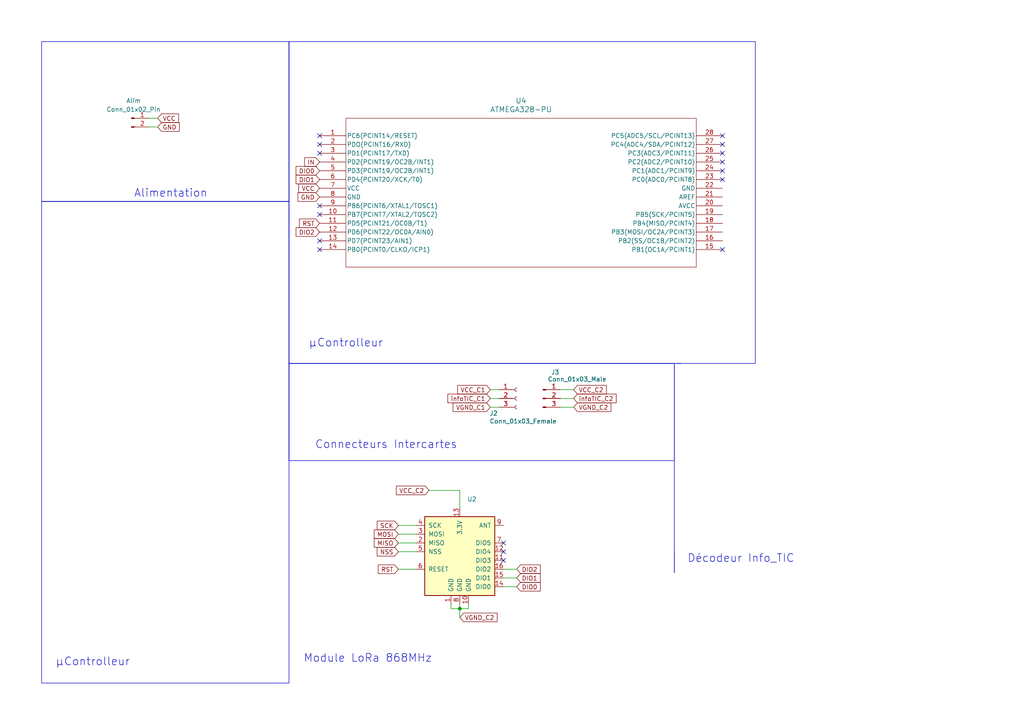
<source format=kicad_sch>
(kicad_sch
	(version 20250114)
	(generator "eeschema")
	(generator_version "9.0")
	(uuid "68c5094e-c202-4d5a-a9df-aecee02f227f")
	(paper "A4")
	(lib_symbols
		(symbol "2025-04-24_08-42-43:ATMEGA328-PU"
			(pin_names
				(offset 0.254)
			)
			(exclude_from_sim no)
			(in_bom yes)
			(on_board yes)
			(property "Reference" "U"
				(at 58.42 10.16 0)
				(effects
					(font
						(size 1.524 1.524)
					)
				)
			)
			(property "Value" "ATMEGA328-PU"
				(at 58.42 7.62 0)
				(effects
					(font
						(size 1.524 1.524)
					)
				)
			)
			(property "Footprint" "28P3_SPDIP28_SP_MCH"
				(at 0 0 0)
				(effects
					(font
						(size 1.27 1.27)
						(italic yes)
					)
					(hide yes)
				)
			)
			(property "Datasheet" "ATMEGA328-PU"
				(at 0 0 0)
				(effects
					(font
						(size 1.27 1.27)
						(italic yes)
					)
					(hide yes)
				)
			)
			(property "Description" ""
				(at 0 0 0)
				(effects
					(font
						(size 1.27 1.27)
					)
					(hide yes)
				)
			)
			(property "ki_locked" ""
				(at 0 0 0)
				(effects
					(font
						(size 1.27 1.27)
					)
				)
			)
			(property "ki_keywords" "ATMEGA328-PU"
				(at 0 0 0)
				(effects
					(font
						(size 1.27 1.27)
					)
					(hide yes)
				)
			)
			(property "ki_fp_filters" "28P3_SPDIP28_SP_MCH"
				(at 0 0 0)
				(effects
					(font
						(size 1.27 1.27)
					)
					(hide yes)
				)
			)
			(symbol "ATMEGA328-PU_0_1"
				(polyline
					(pts
						(xy 7.62 5.08) (xy 7.62 -38.1)
					)
					(stroke
						(width 0.127)
						(type default)
					)
					(fill
						(type none)
					)
				)
				(polyline
					(pts
						(xy 7.62 -38.1) (xy 109.22 -38.1)
					)
					(stroke
						(width 0.127)
						(type default)
					)
					(fill
						(type none)
					)
				)
				(polyline
					(pts
						(xy 109.22 5.08) (xy 7.62 5.08)
					)
					(stroke
						(width 0.127)
						(type default)
					)
					(fill
						(type none)
					)
				)
				(polyline
					(pts
						(xy 109.22 -38.1) (xy 109.22 5.08)
					)
					(stroke
						(width 0.127)
						(type default)
					)
					(fill
						(type none)
					)
				)
				(pin bidirectional line
					(at 0 0 0)
					(length 7.62)
					(name "PC6(PCINT14/RESET)"
						(effects
							(font
								(size 1.27 1.27)
							)
						)
					)
					(number "1"
						(effects
							(font
								(size 1.27 1.27)
							)
						)
					)
				)
				(pin bidirectional line
					(at 0 -2.54 0)
					(length 7.62)
					(name "PDO(PCINT16/RXD)"
						(effects
							(font
								(size 1.27 1.27)
							)
						)
					)
					(number "2"
						(effects
							(font
								(size 1.27 1.27)
							)
						)
					)
				)
				(pin bidirectional line
					(at 0 -5.08 0)
					(length 7.62)
					(name "PD1(PCINT17/TXD)"
						(effects
							(font
								(size 1.27 1.27)
							)
						)
					)
					(number "3"
						(effects
							(font
								(size 1.27 1.27)
							)
						)
					)
				)
				(pin bidirectional line
					(at 0 -7.62 0)
					(length 7.62)
					(name "PD2(PCINT19/OC2B/INT1)"
						(effects
							(font
								(size 1.27 1.27)
							)
						)
					)
					(number "4"
						(effects
							(font
								(size 1.27 1.27)
							)
						)
					)
				)
				(pin bidirectional line
					(at 0 -10.16 0)
					(length 7.62)
					(name "PD3(PCINT19/OC2B/INT1)"
						(effects
							(font
								(size 1.27 1.27)
							)
						)
					)
					(number "5"
						(effects
							(font
								(size 1.27 1.27)
							)
						)
					)
				)
				(pin bidirectional line
					(at 0 -12.7 0)
					(length 7.62)
					(name "PD4(PCINT20/XCK/T0)"
						(effects
							(font
								(size 1.27 1.27)
							)
						)
					)
					(number "6"
						(effects
							(font
								(size 1.27 1.27)
							)
						)
					)
				)
				(pin power_in line
					(at 0 -15.24 0)
					(length 7.62)
					(name "VCC"
						(effects
							(font
								(size 1.27 1.27)
							)
						)
					)
					(number "7"
						(effects
							(font
								(size 1.27 1.27)
							)
						)
					)
				)
				(pin power_out line
					(at 0 -17.78 0)
					(length 7.62)
					(name "GND"
						(effects
							(font
								(size 1.27 1.27)
							)
						)
					)
					(number "8"
						(effects
							(font
								(size 1.27 1.27)
							)
						)
					)
				)
				(pin bidirectional line
					(at 0 -20.32 0)
					(length 7.62)
					(name "PB6(PCINT6/XTAL1/TOSC1)"
						(effects
							(font
								(size 1.27 1.27)
							)
						)
					)
					(number "9"
						(effects
							(font
								(size 1.27 1.27)
							)
						)
					)
				)
				(pin bidirectional line
					(at 0 -22.86 0)
					(length 7.62)
					(name "PB7(PCINT7/XTAL2/TOSC2)"
						(effects
							(font
								(size 1.27 1.27)
							)
						)
					)
					(number "10"
						(effects
							(font
								(size 1.27 1.27)
							)
						)
					)
				)
				(pin bidirectional line
					(at 0 -25.4 0)
					(length 7.62)
					(name "PD5(PCINT21/OC0B/T1)"
						(effects
							(font
								(size 1.27 1.27)
							)
						)
					)
					(number "11"
						(effects
							(font
								(size 1.27 1.27)
							)
						)
					)
				)
				(pin bidirectional line
					(at 0 -27.94 0)
					(length 7.62)
					(name "PD6(PCINT22/OC0A/AIN0)"
						(effects
							(font
								(size 1.27 1.27)
							)
						)
					)
					(number "12"
						(effects
							(font
								(size 1.27 1.27)
							)
						)
					)
				)
				(pin bidirectional line
					(at 0 -30.48 0)
					(length 7.62)
					(name "PD7(PCINT23/AIN1)"
						(effects
							(font
								(size 1.27 1.27)
							)
						)
					)
					(number "13"
						(effects
							(font
								(size 1.27 1.27)
							)
						)
					)
				)
				(pin bidirectional line
					(at 0 -33.02 0)
					(length 7.62)
					(name "PB0(PCINT0/CLKO/ICP1)"
						(effects
							(font
								(size 1.27 1.27)
							)
						)
					)
					(number "14"
						(effects
							(font
								(size 1.27 1.27)
							)
						)
					)
				)
				(pin bidirectional line
					(at 116.84 0 180)
					(length 7.62)
					(name "PC5(ADC5/SCL/PCINT13)"
						(effects
							(font
								(size 1.27 1.27)
							)
						)
					)
					(number "28"
						(effects
							(font
								(size 1.27 1.27)
							)
						)
					)
				)
				(pin bidirectional line
					(at 116.84 -2.54 180)
					(length 7.62)
					(name "PC4(ADC4/SDA/PCINT12)"
						(effects
							(font
								(size 1.27 1.27)
							)
						)
					)
					(number "27"
						(effects
							(font
								(size 1.27 1.27)
							)
						)
					)
				)
				(pin bidirectional line
					(at 116.84 -5.08 180)
					(length 7.62)
					(name "PC3(ADC3/PCINT11)"
						(effects
							(font
								(size 1.27 1.27)
							)
						)
					)
					(number "26"
						(effects
							(font
								(size 1.27 1.27)
							)
						)
					)
				)
				(pin bidirectional line
					(at 116.84 -7.62 180)
					(length 7.62)
					(name "PC2(ADC2/PCINT10)"
						(effects
							(font
								(size 1.27 1.27)
							)
						)
					)
					(number "25"
						(effects
							(font
								(size 1.27 1.27)
							)
						)
					)
				)
				(pin bidirectional line
					(at 116.84 -10.16 180)
					(length 7.62)
					(name "PC1(ADC1/PCINT9)"
						(effects
							(font
								(size 1.27 1.27)
							)
						)
					)
					(number "24"
						(effects
							(font
								(size 1.27 1.27)
							)
						)
					)
				)
				(pin bidirectional line
					(at 116.84 -12.7 180)
					(length 7.62)
					(name "PC0(ADC0/PCINT8)"
						(effects
							(font
								(size 1.27 1.27)
							)
						)
					)
					(number "23"
						(effects
							(font
								(size 1.27 1.27)
							)
						)
					)
				)
				(pin power_out line
					(at 116.84 -15.24 180)
					(length 7.62)
					(name "GND"
						(effects
							(font
								(size 1.27 1.27)
							)
						)
					)
					(number "22"
						(effects
							(font
								(size 1.27 1.27)
							)
						)
					)
				)
				(pin unspecified line
					(at 116.84 -17.78 180)
					(length 7.62)
					(name "AREF"
						(effects
							(font
								(size 1.27 1.27)
							)
						)
					)
					(number "21"
						(effects
							(font
								(size 1.27 1.27)
							)
						)
					)
				)
				(pin power_in line
					(at 116.84 -20.32 180)
					(length 7.62)
					(name "AVCC"
						(effects
							(font
								(size 1.27 1.27)
							)
						)
					)
					(number "20"
						(effects
							(font
								(size 1.27 1.27)
							)
						)
					)
				)
				(pin bidirectional line
					(at 116.84 -22.86 180)
					(length 7.62)
					(name "PB5(SCK/PCINT5)"
						(effects
							(font
								(size 1.27 1.27)
							)
						)
					)
					(number "19"
						(effects
							(font
								(size 1.27 1.27)
							)
						)
					)
				)
				(pin bidirectional line
					(at 116.84 -25.4 180)
					(length 7.62)
					(name "PB4(MISO/PCINT4)"
						(effects
							(font
								(size 1.27 1.27)
							)
						)
					)
					(number "18"
						(effects
							(font
								(size 1.27 1.27)
							)
						)
					)
				)
				(pin bidirectional line
					(at 116.84 -27.94 180)
					(length 7.62)
					(name "PB3(MOSI/OC2A/PCINT3)"
						(effects
							(font
								(size 1.27 1.27)
							)
						)
					)
					(number "17"
						(effects
							(font
								(size 1.27 1.27)
							)
						)
					)
				)
				(pin bidirectional line
					(at 116.84 -30.48 180)
					(length 7.62)
					(name "PB2(SS/OC1B/PCINT2)"
						(effects
							(font
								(size 1.27 1.27)
							)
						)
					)
					(number "16"
						(effects
							(font
								(size 1.27 1.27)
							)
						)
					)
				)
				(pin bidirectional line
					(at 116.84 -33.02 180)
					(length 7.62)
					(name "PB1(OC1A/PCINT1)"
						(effects
							(font
								(size 1.27 1.27)
							)
						)
					)
					(number "15"
						(effects
							(font
								(size 1.27 1.27)
							)
						)
					)
				)
			)
			(embedded_fonts no)
		)
		(symbol "Connector:Conn_01x02_Pin"
			(pin_names
				(offset 1.016)
				(hide yes)
			)
			(exclude_from_sim no)
			(in_bom yes)
			(on_board yes)
			(property "Reference" "J"
				(at 0 2.54 0)
				(effects
					(font
						(size 1.27 1.27)
					)
				)
			)
			(property "Value" "Conn_01x02_Pin"
				(at 0 -5.08 0)
				(effects
					(font
						(size 1.27 1.27)
					)
				)
			)
			(property "Footprint" ""
				(at 0 0 0)
				(effects
					(font
						(size 1.27 1.27)
					)
					(hide yes)
				)
			)
			(property "Datasheet" "~"
				(at 0 0 0)
				(effects
					(font
						(size 1.27 1.27)
					)
					(hide yes)
				)
			)
			(property "Description" "Generic connector, single row, 01x02, script generated"
				(at 0 0 0)
				(effects
					(font
						(size 1.27 1.27)
					)
					(hide yes)
				)
			)
			(property "ki_locked" ""
				(at 0 0 0)
				(effects
					(font
						(size 1.27 1.27)
					)
				)
			)
			(property "ki_keywords" "connector"
				(at 0 0 0)
				(effects
					(font
						(size 1.27 1.27)
					)
					(hide yes)
				)
			)
			(property "ki_fp_filters" "Connector*:*_1x??_*"
				(at 0 0 0)
				(effects
					(font
						(size 1.27 1.27)
					)
					(hide yes)
				)
			)
			(symbol "Conn_01x02_Pin_1_1"
				(rectangle
					(start 0.8636 0.127)
					(end 0 -0.127)
					(stroke
						(width 0.1524)
						(type default)
					)
					(fill
						(type outline)
					)
				)
				(rectangle
					(start 0.8636 -2.413)
					(end 0 -2.667)
					(stroke
						(width 0.1524)
						(type default)
					)
					(fill
						(type outline)
					)
				)
				(polyline
					(pts
						(xy 1.27 0) (xy 0.8636 0)
					)
					(stroke
						(width 0.1524)
						(type default)
					)
					(fill
						(type none)
					)
				)
				(polyline
					(pts
						(xy 1.27 -2.54) (xy 0.8636 -2.54)
					)
					(stroke
						(width 0.1524)
						(type default)
					)
					(fill
						(type none)
					)
				)
				(pin passive line
					(at 5.08 0 180)
					(length 3.81)
					(name "Pin_1"
						(effects
							(font
								(size 1.27 1.27)
							)
						)
					)
					(number "1"
						(effects
							(font
								(size 1.27 1.27)
							)
						)
					)
				)
				(pin passive line
					(at 5.08 -2.54 180)
					(length 3.81)
					(name "Pin_2"
						(effects
							(font
								(size 1.27 1.27)
							)
						)
					)
					(number "2"
						(effects
							(font
								(size 1.27 1.27)
							)
						)
					)
				)
			)
			(embedded_fonts no)
		)
		(symbol "Connector:Conn_01x03_Pin"
			(pin_names
				(offset 1.016)
				(hide yes)
			)
			(exclude_from_sim no)
			(in_bom yes)
			(on_board yes)
			(property "Reference" "J"
				(at 0 5.08 0)
				(effects
					(font
						(size 1.27 1.27)
					)
				)
			)
			(property "Value" "Conn_01x03_Pin"
				(at 0 -5.08 0)
				(effects
					(font
						(size 1.27 1.27)
					)
				)
			)
			(property "Footprint" ""
				(at 0 0 0)
				(effects
					(font
						(size 1.27 1.27)
					)
					(hide yes)
				)
			)
			(property "Datasheet" "~"
				(at 0 0 0)
				(effects
					(font
						(size 1.27 1.27)
					)
					(hide yes)
				)
			)
			(property "Description" "Generic connector, single row, 01x03, script generated"
				(at 0 0 0)
				(effects
					(font
						(size 1.27 1.27)
					)
					(hide yes)
				)
			)
			(property "ki_locked" ""
				(at 0 0 0)
				(effects
					(font
						(size 1.27 1.27)
					)
				)
			)
			(property "ki_keywords" "connector"
				(at 0 0 0)
				(effects
					(font
						(size 1.27 1.27)
					)
					(hide yes)
				)
			)
			(property "ki_fp_filters" "Connector*:*_1x??_*"
				(at 0 0 0)
				(effects
					(font
						(size 1.27 1.27)
					)
					(hide yes)
				)
			)
			(symbol "Conn_01x03_Pin_1_1"
				(rectangle
					(start 0.8636 2.667)
					(end 0 2.413)
					(stroke
						(width 0.1524)
						(type default)
					)
					(fill
						(type outline)
					)
				)
				(rectangle
					(start 0.8636 0.127)
					(end 0 -0.127)
					(stroke
						(width 0.1524)
						(type default)
					)
					(fill
						(type outline)
					)
				)
				(rectangle
					(start 0.8636 -2.413)
					(end 0 -2.667)
					(stroke
						(width 0.1524)
						(type default)
					)
					(fill
						(type outline)
					)
				)
				(polyline
					(pts
						(xy 1.27 2.54) (xy 0.8636 2.54)
					)
					(stroke
						(width 0.1524)
						(type default)
					)
					(fill
						(type none)
					)
				)
				(polyline
					(pts
						(xy 1.27 0) (xy 0.8636 0)
					)
					(stroke
						(width 0.1524)
						(type default)
					)
					(fill
						(type none)
					)
				)
				(polyline
					(pts
						(xy 1.27 -2.54) (xy 0.8636 -2.54)
					)
					(stroke
						(width 0.1524)
						(type default)
					)
					(fill
						(type none)
					)
				)
				(pin passive line
					(at 5.08 2.54 180)
					(length 3.81)
					(name "Pin_1"
						(effects
							(font
								(size 1.27 1.27)
							)
						)
					)
					(number "1"
						(effects
							(font
								(size 1.27 1.27)
							)
						)
					)
				)
				(pin passive line
					(at 5.08 0 180)
					(length 3.81)
					(name "Pin_2"
						(effects
							(font
								(size 1.27 1.27)
							)
						)
					)
					(number "2"
						(effects
							(font
								(size 1.27 1.27)
							)
						)
					)
				)
				(pin passive line
					(at 5.08 -2.54 180)
					(length 3.81)
					(name "Pin_3"
						(effects
							(font
								(size 1.27 1.27)
							)
						)
					)
					(number "3"
						(effects
							(font
								(size 1.27 1.27)
							)
						)
					)
				)
			)
			(embedded_fonts no)
		)
		(symbol "Connector:Conn_01x03_Socket"
			(pin_names
				(offset 1.016)
				(hide yes)
			)
			(exclude_from_sim no)
			(in_bom yes)
			(on_board yes)
			(property "Reference" "J"
				(at 0 5.08 0)
				(effects
					(font
						(size 1.27 1.27)
					)
				)
			)
			(property "Value" "Conn_01x03_Socket"
				(at 0 -5.08 0)
				(effects
					(font
						(size 1.27 1.27)
					)
				)
			)
			(property "Footprint" ""
				(at 0 0 0)
				(effects
					(font
						(size 1.27 1.27)
					)
					(hide yes)
				)
			)
			(property "Datasheet" "~"
				(at 0 0 0)
				(effects
					(font
						(size 1.27 1.27)
					)
					(hide yes)
				)
			)
			(property "Description" "Generic connector, single row, 01x03, script generated"
				(at 0 0 0)
				(effects
					(font
						(size 1.27 1.27)
					)
					(hide yes)
				)
			)
			(property "ki_locked" ""
				(at 0 0 0)
				(effects
					(font
						(size 1.27 1.27)
					)
				)
			)
			(property "ki_keywords" "connector"
				(at 0 0 0)
				(effects
					(font
						(size 1.27 1.27)
					)
					(hide yes)
				)
			)
			(property "ki_fp_filters" "Connector*:*_1x??_*"
				(at 0 0 0)
				(effects
					(font
						(size 1.27 1.27)
					)
					(hide yes)
				)
			)
			(symbol "Conn_01x03_Socket_1_1"
				(polyline
					(pts
						(xy -1.27 2.54) (xy -0.508 2.54)
					)
					(stroke
						(width 0.1524)
						(type default)
					)
					(fill
						(type none)
					)
				)
				(polyline
					(pts
						(xy -1.27 0) (xy -0.508 0)
					)
					(stroke
						(width 0.1524)
						(type default)
					)
					(fill
						(type none)
					)
				)
				(polyline
					(pts
						(xy -1.27 -2.54) (xy -0.508 -2.54)
					)
					(stroke
						(width 0.1524)
						(type default)
					)
					(fill
						(type none)
					)
				)
				(arc
					(start 0 2.032)
					(mid -0.5058 2.54)
					(end 0 3.048)
					(stroke
						(width 0.1524)
						(type default)
					)
					(fill
						(type none)
					)
				)
				(arc
					(start 0 -0.508)
					(mid -0.5058 0)
					(end 0 0.508)
					(stroke
						(width 0.1524)
						(type default)
					)
					(fill
						(type none)
					)
				)
				(arc
					(start 0 -3.048)
					(mid -0.5058 -2.54)
					(end 0 -2.032)
					(stroke
						(width 0.1524)
						(type default)
					)
					(fill
						(type none)
					)
				)
				(pin passive line
					(at -5.08 2.54 0)
					(length 3.81)
					(name "Pin_1"
						(effects
							(font
								(size 1.27 1.27)
							)
						)
					)
					(number "1"
						(effects
							(font
								(size 1.27 1.27)
							)
						)
					)
				)
				(pin passive line
					(at -5.08 0 0)
					(length 3.81)
					(name "Pin_2"
						(effects
							(font
								(size 1.27 1.27)
							)
						)
					)
					(number "2"
						(effects
							(font
								(size 1.27 1.27)
							)
						)
					)
				)
				(pin passive line
					(at -5.08 -2.54 0)
					(length 3.81)
					(name "Pin_3"
						(effects
							(font
								(size 1.27 1.27)
							)
						)
					)
					(number "3"
						(effects
							(font
								(size 1.27 1.27)
							)
						)
					)
				)
			)
			(embedded_fonts no)
		)
		(symbol "RF_Module:RFM95W-868S2"
			(pin_names
				(offset 1.016)
			)
			(exclude_from_sim no)
			(in_bom yes)
			(on_board yes)
			(property "Reference" "U"
				(at -10.414 11.684 0)
				(effects
					(font
						(size 1.27 1.27)
					)
					(justify left)
				)
			)
			(property "Value" "RFM95W-868S2"
				(at 1.524 11.43 0)
				(effects
					(font
						(size 1.27 1.27)
					)
					(justify left)
				)
			)
			(property "Footprint" ""
				(at -83.82 41.91 0)
				(effects
					(font
						(size 1.27 1.27)
					)
					(hide yes)
				)
			)
			(property "Datasheet" "https://www.hoperf.com/data/upload/portal/20181127/5bfcbea20e9ef.pdf"
				(at -83.82 41.91 0)
				(effects
					(font
						(size 1.27 1.27)
					)
					(hide yes)
				)
			)
			(property "Description" "Low power long range transceiver module, SPI and parallel interface, 868 MHz, spreading factor 6 to12, bandwidth 7.8 to 500kHz, -111 to -148 dBm, SMD-16, DIP-16"
				(at 0 0 0)
				(effects
					(font
						(size 1.27 1.27)
					)
					(hide yes)
				)
			)
			(property "ki_keywords" "Low power long range transceiver module"
				(at 0 0 0)
				(effects
					(font
						(size 1.27 1.27)
					)
					(hide yes)
				)
			)
			(property "ki_fp_filters" "HOPERF*RFM9XW*"
				(at 0 0 0)
				(effects
					(font
						(size 1.27 1.27)
					)
					(hide yes)
				)
			)
			(symbol "RFM95W-868S2_0_1"
				(rectangle
					(start -10.16 10.16)
					(end 10.16 -12.7)
					(stroke
						(width 0.254)
						(type default)
					)
					(fill
						(type background)
					)
				)
			)
			(symbol "RFM95W-868S2_1_1"
				(pin input line
					(at -12.7 7.62 0)
					(length 2.54)
					(name "SCK"
						(effects
							(font
								(size 1.27 1.27)
							)
						)
					)
					(number "4"
						(effects
							(font
								(size 1.27 1.27)
							)
						)
					)
				)
				(pin input line
					(at -12.7 5.08 0)
					(length 2.54)
					(name "MOSI"
						(effects
							(font
								(size 1.27 1.27)
							)
						)
					)
					(number "3"
						(effects
							(font
								(size 1.27 1.27)
							)
						)
					)
				)
				(pin output line
					(at -12.7 2.54 0)
					(length 2.54)
					(name "MISO"
						(effects
							(font
								(size 1.27 1.27)
							)
						)
					)
					(number "2"
						(effects
							(font
								(size 1.27 1.27)
							)
						)
					)
				)
				(pin input line
					(at -12.7 0 0)
					(length 2.54)
					(name "NSS"
						(effects
							(font
								(size 1.27 1.27)
							)
						)
					)
					(number "5"
						(effects
							(font
								(size 1.27 1.27)
							)
						)
					)
				)
				(pin bidirectional line
					(at -12.7 -5.08 0)
					(length 2.54)
					(name "RESET"
						(effects
							(font
								(size 1.27 1.27)
							)
						)
					)
					(number "6"
						(effects
							(font
								(size 1.27 1.27)
							)
						)
					)
				)
				(pin power_in line
					(at -2.54 -15.24 90)
					(length 2.54)
					(name "GND"
						(effects
							(font
								(size 1.27 1.27)
							)
						)
					)
					(number "1"
						(effects
							(font
								(size 1.27 1.27)
							)
						)
					)
				)
				(pin power_in line
					(at 0 12.7 270)
					(length 2.54)
					(name "3.3V"
						(effects
							(font
								(size 1.27 1.27)
							)
						)
					)
					(number "13"
						(effects
							(font
								(size 1.27 1.27)
							)
						)
					)
				)
				(pin power_in line
					(at 0 -15.24 90)
					(length 2.54)
					(name "GND"
						(effects
							(font
								(size 1.27 1.27)
							)
						)
					)
					(number "8"
						(effects
							(font
								(size 1.27 1.27)
							)
						)
					)
				)
				(pin power_in line
					(at 2.54 -15.24 90)
					(length 2.54)
					(name "GND"
						(effects
							(font
								(size 1.27 1.27)
							)
						)
					)
					(number "10"
						(effects
							(font
								(size 1.27 1.27)
							)
						)
					)
				)
				(pin bidirectional line
					(at 12.7 7.62 180)
					(length 2.54)
					(name "ANT"
						(effects
							(font
								(size 1.27 1.27)
							)
						)
					)
					(number "9"
						(effects
							(font
								(size 1.27 1.27)
							)
						)
					)
				)
				(pin bidirectional line
					(at 12.7 2.54 180)
					(length 2.54)
					(name "DIO5"
						(effects
							(font
								(size 1.27 1.27)
							)
						)
					)
					(number "7"
						(effects
							(font
								(size 1.27 1.27)
							)
						)
					)
				)
				(pin bidirectional line
					(at 12.7 0 180)
					(length 2.54)
					(name "DIO4"
						(effects
							(font
								(size 1.27 1.27)
							)
						)
					)
					(number "12"
						(effects
							(font
								(size 1.27 1.27)
							)
						)
					)
				)
				(pin bidirectional line
					(at 12.7 -2.54 180)
					(length 2.54)
					(name "DIO3"
						(effects
							(font
								(size 1.27 1.27)
							)
						)
					)
					(number "11"
						(effects
							(font
								(size 1.27 1.27)
							)
						)
					)
				)
				(pin bidirectional line
					(at 12.7 -5.08 180)
					(length 2.54)
					(name "DIO2"
						(effects
							(font
								(size 1.27 1.27)
							)
						)
					)
					(number "16"
						(effects
							(font
								(size 1.27 1.27)
							)
						)
					)
				)
				(pin bidirectional line
					(at 12.7 -7.62 180)
					(length 2.54)
					(name "DIO1"
						(effects
							(font
								(size 1.27 1.27)
							)
						)
					)
					(number "15"
						(effects
							(font
								(size 1.27 1.27)
							)
						)
					)
				)
				(pin bidirectional line
					(at 12.7 -10.16 180)
					(length 2.54)
					(name "DIO0"
						(effects
							(font
								(size 1.27 1.27)
							)
						)
					)
					(number "14"
						(effects
							(font
								(size 1.27 1.27)
							)
						)
					)
				)
			)
			(embedded_fonts no)
		)
	)
	(rectangle
		(start 12.065 12.065)
		(end 83.82 58.42)
		(stroke
			(width 0)
			(type default)
		)
		(fill
			(type none)
		)
		(uuid 14644d96-3145-4453-b46f-c12a58a4256e)
	)
	(rectangle
		(start 83.82 105.41)
		(end 195.58 133.604)
		(stroke
			(width 0)
			(type default)
		)
		(fill
			(type none)
		)
		(uuid 152ed6b3-f195-469f-9c99-6d0fd2f03e68)
	)
	(rectangle
		(start 12.065 58.42)
		(end 83.82 198.12)
		(stroke
			(width 0)
			(type default)
		)
		(fill
			(type none)
		)
		(uuid 4180fd61-55db-48f5-bff7-5d5053fa672d)
	)
	(rectangle
		(start 83.82 12.065)
		(end 219.075 105.41)
		(stroke
			(width 0)
			(type default)
		)
		(fill
			(type none)
		)
		(uuid 8fab14d1-a403-4695-98c9-ab1f7d8b3577)
	)
	(text "µControlleur"
		(exclude_from_sim no)
		(at 26.924 192.024 0)
		(effects
			(font
				(size 2.286 2.286)
			)
		)
		(uuid "1bf057e8-4b3e-406a-8dcb-8c1badc7966e")
	)
	(text "µControlleur"
		(exclude_from_sim no)
		(at 100.33 99.568 0)
		(effects
			(font
				(size 2.286 2.286)
			)
		)
		(uuid "4588ed64-9ffb-495d-899e-a202a16923ea")
	)
	(text "Décodeur Info_TIC"
		(exclude_from_sim no)
		(at 214.884 162.052 0)
		(effects
			(font
				(size 2.286 2.286)
			)
		)
		(uuid "4e19da48-837b-4c7e-975f-e8912fcb873e")
	)
	(text "Alimentation"
		(exclude_from_sim no)
		(at 49.53 56.134 0)
		(effects
			(font
				(size 2.286 2.286)
			)
		)
		(uuid "759187d2-300b-4d59-a506-5d6482cbfbbf")
	)
	(text "Module LoRa 868MHz"
		(exclude_from_sim no)
		(at 106.68 191.008 0)
		(effects
			(font
				(size 2.286 2.286)
			)
		)
		(uuid "7bfa92e5-6229-4492-a56f-efb9ccc12b33")
	)
	(text "Connecteurs Intercartes\n"
		(exclude_from_sim no)
		(at 112.014 129.032 0)
		(effects
			(font
				(size 2.286 2.286)
			)
		)
		(uuid "f854ca2e-84e2-4318-8082-0345320fcd66")
	)
	(junction
		(at 133.35 176.53)
		(diameter 0)
		(color 0 0 0 0)
		(uuid "ed3f9ddb-9c93-4536-b473-ef2c070e81bb")
	)
	(no_connect
		(at 146.05 160.02)
		(uuid "10cf82b6-0a38-4fa3-9de3-8c179246465f")
	)
	(no_connect
		(at 209.55 72.39)
		(uuid "213e32be-09e0-4f54-a33d-1924e0a85088")
	)
	(no_connect
		(at 92.71 44.45)
		(uuid "2fb4c28a-2b21-48db-a65c-415e8a3f5e4e")
	)
	(no_connect
		(at 209.55 41.91)
		(uuid "32fd14ef-5cf4-4b65-80f0-cf15755507e9")
	)
	(no_connect
		(at 92.71 69.85)
		(uuid "46c2f262-8fa0-4961-9b52-d1f89361e68e")
	)
	(no_connect
		(at 146.05 162.56)
		(uuid "491ee986-06cf-4d30-97f4-be93086cae23")
	)
	(no_connect
		(at 92.71 39.37)
		(uuid "5182f005-2954-4d91-9bb6-c85cd98448b6")
	)
	(no_connect
		(at 209.55 52.07)
		(uuid "577b5bdb-9cf8-44e5-a40e-695f44b13220")
	)
	(no_connect
		(at 146.05 157.48)
		(uuid "58da1a7a-a813-4725-a02e-b172d76d8916")
	)
	(no_connect
		(at 209.55 44.45)
		(uuid "86310724-8d59-4ca5-a287-e7c973f98046")
	)
	(no_connect
		(at 209.55 49.53)
		(uuid "938b037a-4cd3-45d0-85d0-e5638e8c9b66")
	)
	(no_connect
		(at 92.71 59.69)
		(uuid "98626a7c-3359-4879-a7f9-7091917c892a")
	)
	(no_connect
		(at 209.55 46.99)
		(uuid "bc84a637-65f1-4194-ac3c-6dcddfd64b60")
	)
	(no_connect
		(at 92.71 72.39)
		(uuid "c52fc283-8992-4a81-8752-a83e539ae687")
	)
	(no_connect
		(at 209.55 39.37)
		(uuid "c7916bfd-d4bc-4104-b77e-2148c70d6c26")
	)
	(no_connect
		(at 92.71 62.23)
		(uuid "d233c242-db9e-468c-9532-fa3f26ccdc4b")
	)
	(no_connect
		(at 92.71 41.91)
		(uuid "dd36a55a-b65e-462c-ba63-441d01e146ad")
	)
	(wire
		(pts
			(xy 135.89 176.53) (xy 133.35 176.53)
		)
		(stroke
			(width 0)
			(type default)
		)
		(uuid "0d478a51-e48e-40ae-a4fb-e6ce8ad7d533")
	)
	(wire
		(pts
			(xy 135.89 175.26) (xy 135.89 176.53)
		)
		(stroke
			(width 0)
			(type default)
		)
		(uuid "15c28c4a-0cf1-4eab-9195-150f79a9c262")
	)
	(wire
		(pts
			(xy 130.81 175.26) (xy 130.81 176.53)
		)
		(stroke
			(width 0)
			(type default)
		)
		(uuid "201d3266-cb8f-4039-bf87-8890b8181b58")
	)
	(wire
		(pts
			(xy 115.57 160.02) (xy 120.65 160.02)
		)
		(stroke
			(width 0)
			(type default)
		)
		(uuid "2ca1fdbd-bcd6-47a0-993a-30b9e6ba6754")
	)
	(wire
		(pts
			(xy 43.18 34.29) (xy 45.72 34.29)
		)
		(stroke
			(width 0)
			(type default)
		)
		(uuid "4bc7ca29-6125-4730-97d0-cf1d5f1d7c6f")
	)
	(wire
		(pts
			(xy 115.57 165.1) (xy 120.65 165.1)
		)
		(stroke
			(width 0)
			(type default)
		)
		(uuid "4d195407-207b-408a-b0cd-ecb569f76ad8")
	)
	(wire
		(pts
			(xy 142.24 115.57) (xy 144.78 115.57)
		)
		(stroke
			(width 0)
			(type default)
		)
		(uuid "526621ee-345f-42a4-a976-776228ee571d")
	)
	(wire
		(pts
			(xy 115.57 152.4) (xy 120.65 152.4)
		)
		(stroke
			(width 0)
			(type default)
		)
		(uuid "5643bdd9-a96f-472b-bd30-44ac7242b404")
	)
	(polyline
		(pts
			(xy 195.58 160.02) (xy 195.58 166.116)
		)
		(stroke
			(width 0)
			(type default)
		)
		(uuid "581b0697-ea2e-4dc0-ab62-a23af3b8eee0")
	)
	(wire
		(pts
			(xy 43.18 36.83) (xy 45.72 36.83)
		)
		(stroke
			(width 0)
			(type default)
		)
		(uuid "74112319-fd6d-4cf3-a04d-e82cd4883ff3")
	)
	(wire
		(pts
			(xy 146.05 170.18) (xy 149.86 170.18)
		)
		(stroke
			(width 0)
			(type default)
		)
		(uuid "78fecb37-498f-4164-b358-4314713f3a37")
	)
	(polyline
		(pts
			(xy 195.58 105.41) (xy 195.58 166.116)
		)
		(stroke
			(width 0)
			(type default)
		)
		(uuid "7da30b45-95b1-4b9b-add1-c5e897799f77")
	)
	(wire
		(pts
			(xy 162.56 115.57) (xy 166.37 115.57)
		)
		(stroke
			(width 0)
			(type default)
		)
		(uuid "7efa9bd9-60be-4939-a115-fb62e04fdc32")
	)
	(polyline
		(pts
			(xy 196.215 105.41) (xy 197.485 105.41)
		)
		(stroke
			(width 0)
			(type default)
		)
		(uuid "88ce800b-1414-41c9-8efb-db6eac5d3a9d")
	)
	(wire
		(pts
			(xy 146.05 165.1) (xy 149.86 165.1)
		)
		(stroke
			(width 0)
			(type default)
		)
		(uuid "8d8ff531-9dfe-4551-8200-39a85c9dbbfb")
	)
	(wire
		(pts
			(xy 133.35 176.53) (xy 133.35 179.07)
		)
		(stroke
			(width 0)
			(type default)
		)
		(uuid "8fe2013b-cfce-4da3-95eb-07bbf57b464d")
	)
	(wire
		(pts
			(xy 133.35 142.24) (xy 133.35 147.32)
		)
		(stroke
			(width 0)
			(type default)
		)
		(uuid "955d32f7-9356-4ecd-9e30-9c1109d57061")
	)
	(wire
		(pts
			(xy 162.56 113.03) (xy 166.37 113.03)
		)
		(stroke
			(width 0)
			(type default)
		)
		(uuid "9e5b4098-2190-4971-a2ae-f816a521c0bc")
	)
	(wire
		(pts
			(xy 115.57 157.48) (xy 120.65 157.48)
		)
		(stroke
			(width 0)
			(type default)
		)
		(uuid "ae3e4424-fa76-409e-a21b-cd5394da6e89")
	)
	(wire
		(pts
			(xy 146.05 167.64) (xy 149.86 167.64)
		)
		(stroke
			(width 0)
			(type default)
		)
		(uuid "b018c814-4cfa-4510-9fbb-dcd6d6901066")
	)
	(wire
		(pts
			(xy 124.46 142.24) (xy 133.35 142.24)
		)
		(stroke
			(width 0)
			(type default)
		)
		(uuid "bf570e64-d5cf-4912-a101-dfbb8b1aa30d")
	)
	(wire
		(pts
			(xy 115.57 154.94) (xy 120.65 154.94)
		)
		(stroke
			(width 0)
			(type default)
		)
		(uuid "c4e2cfcb-c3cb-4572-a362-7c5b9976066a")
	)
	(wire
		(pts
			(xy 133.35 175.26) (xy 133.35 176.53)
		)
		(stroke
			(width 0)
			(type default)
		)
		(uuid "d8b9667b-6029-46f8-b1f2-1fac97cff4a9")
	)
	(wire
		(pts
			(xy 142.24 118.11) (xy 144.78 118.11)
		)
		(stroke
			(width 0)
			(type default)
		)
		(uuid "deb363a8-d061-4581-8090-b1b6914bada4")
	)
	(wire
		(pts
			(xy 130.81 176.53) (xy 133.35 176.53)
		)
		(stroke
			(width 0)
			(type default)
		)
		(uuid "e0708d43-7c17-4643-9e12-429fdc5ac3c1")
	)
	(wire
		(pts
			(xy 162.56 118.11) (xy 166.37 118.11)
		)
		(stroke
			(width 0)
			(type default)
		)
		(uuid "fc2d6d31-44d6-4e4b-810e-1f82201b780d")
	)
	(wire
		(pts
			(xy 142.24 113.03) (xy 144.78 113.03)
		)
		(stroke
			(width 0)
			(type default)
		)
		(uuid "fcd8ded4-ec15-4e72-8d5d-0f87aacc6fe0")
	)
	(global_label "infoTIC_C2"
		(shape input)
		(at 166.37 115.57 0)
		(fields_autoplaced yes)
		(effects
			(font
				(size 1.27 1.27)
			)
			(justify left)
		)
		(uuid "1006e0ce-c391-4e97-9a78-2d85de81bb5f")
		(property "Intersheetrefs" "${INTERSHEET_REFS}"
			(at 179.2732 115.57 0)
			(effects
				(font
					(size 1.27 1.27)
				)
				(justify left)
				(hide yes)
			)
		)
	)
	(global_label "VCC"
		(shape input)
		(at 92.71 54.61 180)
		(fields_autoplaced yes)
		(effects
			(font
				(size 1.27 1.27)
			)
			(justify right)
		)
		(uuid "16db22ec-98f6-4fc4-a3ee-18d603f7a3e9")
		(property "Intersheetrefs" "${INTERSHEET_REFS}"
			(at 99.3238 54.61 0)
			(effects
				(font
					(size 1.27 1.27)
				)
				(justify left)
				(hide yes)
			)
		)
	)
	(global_label "MISO"
		(shape input)
		(at 115.57 157.48 180)
		(fields_autoplaced yes)
		(effects
			(font
				(size 1.27 1.27)
			)
			(justify right)
		)
		(uuid "1d67353a-e35d-4937-b656-d27aac41d8bb")
		(property "Intersheetrefs" "${INTERSHEET_REFS}"
			(at 107.9886 157.48 0)
			(effects
				(font
					(size 1.27 1.27)
				)
				(justify right)
				(hide yes)
			)
		)
	)
	(global_label "SCK"
		(shape input)
		(at 115.57 152.4 180)
		(fields_autoplaced yes)
		(effects
			(font
				(size 1.27 1.27)
			)
			(justify right)
		)
		(uuid "30295514-6657-4900-807f-2df0967a5f3e")
		(property "Intersheetrefs" "${INTERSHEET_REFS}"
			(at 108.8353 152.4 0)
			(effects
				(font
					(size 1.27 1.27)
				)
				(justify right)
				(hide yes)
			)
		)
	)
	(global_label "VCC_C2"
		(shape input)
		(at 124.46 142.24 180)
		(fields_autoplaced yes)
		(effects
			(font
				(size 1.27 1.27)
			)
			(justify right)
		)
		(uuid "3bb70fad-fd44-4fbc-91dd-3c4ae5211456")
		(property "Intersheetrefs" "${INTERSHEET_REFS}"
			(at 114.3991 142.24 0)
			(effects
				(font
					(size 1.27 1.27)
				)
				(justify right)
				(hide yes)
			)
		)
	)
	(global_label "GND"
		(shape input)
		(at 45.72 36.83 0)
		(fields_autoplaced yes)
		(effects
			(font
				(size 1.27 1.27)
			)
			(justify left)
		)
		(uuid "40456d4b-9cba-47c6-895b-1ba5ba297fc6")
		(property "Intersheetrefs" "${INTERSHEET_REFS}"
			(at 52.5757 36.83 0)
			(effects
				(font
					(size 1.27 1.27)
				)
				(justify left)
				(hide yes)
			)
		)
	)
	(global_label "VGND_C2"
		(shape input)
		(at 133.35 179.07 0)
		(fields_autoplaced yes)
		(effects
			(font
				(size 1.27 1.27)
			)
			(justify left)
		)
		(uuid "52f9e181-b7c1-4a46-8b65-bb63593a5bda")
		(property "Intersheetrefs" "${INTERSHEET_REFS}"
			(at 144.7414 179.07 0)
			(effects
				(font
					(size 1.27 1.27)
				)
				(justify left)
				(hide yes)
			)
		)
	)
	(global_label "VCC_C2"
		(shape input)
		(at 166.37 113.03 0)
		(fields_autoplaced yes)
		(effects
			(font
				(size 1.27 1.27)
			)
			(justify left)
		)
		(uuid "548e7fc6-5565-47f4-ab18-f6380e7400b0")
		(property "Intersheetrefs" "${INTERSHEET_REFS}"
			(at 176.4309 113.03 0)
			(effects
				(font
					(size 1.27 1.27)
				)
				(justify left)
				(hide yes)
			)
		)
	)
	(global_label "DIO0"
		(shape input)
		(at 149.86 170.18 0)
		(fields_autoplaced yes)
		(effects
			(font
				(size 1.27 1.27)
			)
			(justify left)
		)
		(uuid "69af06fb-8c87-4154-bd4c-98747fb0d43b")
		(property "Intersheetrefs" "${INTERSHEET_REFS}"
			(at 157.26 170.18 0)
			(effects
				(font
					(size 1.27 1.27)
				)
				(justify left)
				(hide yes)
			)
		)
	)
	(global_label "VCC"
		(shape input)
		(at 45.72 34.29 0)
		(fields_autoplaced yes)
		(effects
			(font
				(size 1.27 1.27)
			)
			(justify left)
		)
		(uuid "6c963680-8012-4390-91b3-c5108ff8c19c")
		(property "Intersheetrefs" "${INTERSHEET_REFS}"
			(at 52.3338 34.29 0)
			(effects
				(font
					(size 1.27 1.27)
				)
				(justify left)
				(hide yes)
			)
		)
	)
	(global_label "DIO1"
		(shape input)
		(at 149.86 167.64 0)
		(fields_autoplaced yes)
		(effects
			(font
				(size 1.27 1.27)
			)
			(justify left)
		)
		(uuid "84d8803e-423b-43ec-a4bf-c9d59369adc4")
		(property "Intersheetrefs" "${INTERSHEET_REFS}"
			(at 157.26 167.64 0)
			(effects
				(font
					(size 1.27 1.27)
				)
				(justify left)
				(hide yes)
			)
		)
	)
	(global_label "DIO1"
		(shape input)
		(at 92.71 52.07 180)
		(fields_autoplaced yes)
		(effects
			(font
				(size 1.27 1.27)
			)
			(justify right)
		)
		(uuid "9e758815-dd72-46f5-837d-681a191d6a18")
		(property "Intersheetrefs" "${INTERSHEET_REFS}"
			(at 85.31 52.07 0)
			(effects
				(font
					(size 1.27 1.27)
				)
				(justify right)
				(hide yes)
			)
		)
	)
	(global_label "VGND_C2"
		(shape input)
		(at 166.37 118.11 0)
		(fields_autoplaced yes)
		(effects
			(font
				(size 1.27 1.27)
			)
			(justify left)
		)
		(uuid "a9574100-9721-4056-94b0-8902a59eae0f")
		(property "Intersheetrefs" "${INTERSHEET_REFS}"
			(at 177.7614 118.11 0)
			(effects
				(font
					(size 1.27 1.27)
				)
				(justify left)
				(hide yes)
			)
		)
	)
	(global_label "NSS"
		(shape input)
		(at 115.57 160.02 180)
		(fields_autoplaced yes)
		(effects
			(font
				(size 1.27 1.27)
			)
			(justify right)
		)
		(uuid "b09b45dd-8cf6-4ef6-8dd6-30d64cf134ed")
		(property "Intersheetrefs" "${INTERSHEET_REFS}"
			(at 108.8353 160.02 0)
			(effects
				(font
					(size 1.27 1.27)
				)
				(justify right)
				(hide yes)
			)
		)
	)
	(global_label "RST"
		(shape input)
		(at 115.57 165.1 180)
		(fields_autoplaced yes)
		(effects
			(font
				(size 1.27 1.27)
			)
			(justify right)
		)
		(uuid "b13a0cde-7179-4c2e-9aeb-4627f170efb6")
		(property "Intersheetrefs" "${INTERSHEET_REFS}"
			(at 109.1377 165.1 0)
			(effects
				(font
					(size 1.27 1.27)
				)
				(justify right)
				(hide yes)
			)
		)
	)
	(global_label "VCC_C1"
		(shape input)
		(at 142.24 113.03 180)
		(fields_autoplaced yes)
		(effects
			(font
				(size 1.27 1.27)
			)
			(justify right)
		)
		(uuid "c2f431d4-93c4-4391-827c-a08de2042c90")
		(property "Intersheetrefs" "${INTERSHEET_REFS}"
			(at 132.1791 113.03 0)
			(effects
				(font
					(size 1.27 1.27)
				)
				(justify right)
				(hide yes)
			)
		)
	)
	(global_label "MOSI"
		(shape input)
		(at 115.57 154.94 180)
		(fields_autoplaced yes)
		(effects
			(font
				(size 1.27 1.27)
			)
			(justify right)
		)
		(uuid "c7632679-bc5b-4630-81ef-79c1c29a2bfd")
		(property "Intersheetrefs" "${INTERSHEET_REFS}"
			(at 107.9886 154.94 0)
			(effects
				(font
					(size 1.27 1.27)
				)
				(justify right)
				(hide yes)
			)
		)
	)
	(global_label "DIO0"
		(shape input)
		(at 92.71 49.53 180)
		(fields_autoplaced yes)
		(effects
			(font
				(size 1.27 1.27)
			)
			(justify right)
		)
		(uuid "cc2b9415-8e60-4ede-ae30-33da0b4afaa4")
		(property "Intersheetrefs" "${INTERSHEET_REFS}"
			(at 85.31 49.53 0)
			(effects
				(font
					(size 1.27 1.27)
				)
				(justify right)
				(hide yes)
			)
		)
	)
	(global_label "DIO2"
		(shape input)
		(at 149.86 165.1 0)
		(fields_autoplaced yes)
		(effects
			(font
				(size 1.27 1.27)
			)
			(justify left)
		)
		(uuid "d5633ddb-eec3-421c-822a-da38d72e4122")
		(property "Intersheetrefs" "${INTERSHEET_REFS}"
			(at 157.26 165.1 0)
			(effects
				(font
					(size 1.27 1.27)
				)
				(justify left)
				(hide yes)
			)
		)
	)
	(global_label "IN"
		(shape input)
		(at 92.71 46.99 180)
		(fields_autoplaced yes)
		(effects
			(font
				(size 1.27 1.27)
			)
			(justify right)
		)
		(uuid "d6a59224-c262-4a93-8e0a-56f42b5c3521")
		(property "Intersheetrefs" "${INTERSHEET_REFS}"
			(at 87.7895 46.99 0)
			(effects
				(font
					(size 1.27 1.27)
				)
				(justify right)
				(hide yes)
			)
		)
	)
	(global_label "GND"
		(shape input)
		(at 92.71 57.15 180)
		(fields_autoplaced yes)
		(effects
			(font
				(size 1.27 1.27)
			)
			(justify right)
		)
		(uuid "d815cf31-ced0-4e74-a2fe-b982c370bc8f")
		(property "Intersheetrefs" "${INTERSHEET_REFS}"
			(at 85.8543 57.15 0)
			(effects
				(font
					(size 1.27 1.27)
				)
				(justify right)
				(hide yes)
			)
		)
	)
	(global_label "DIO2"
		(shape input)
		(at 92.71 67.31 180)
		(fields_autoplaced yes)
		(effects
			(font
				(size 1.27 1.27)
			)
			(justify right)
		)
		(uuid "d8e81ad8-7ce9-491c-993d-dfab7cea3d48")
		(property "Intersheetrefs" "${INTERSHEET_REFS}"
			(at 85.31 67.31 0)
			(effects
				(font
					(size 1.27 1.27)
				)
				(justify right)
				(hide yes)
			)
		)
	)
	(global_label "RST"
		(shape input)
		(at 92.71 64.77 180)
		(fields_autoplaced yes)
		(effects
			(font
				(size 1.27 1.27)
			)
			(justify right)
		)
		(uuid "dedba563-a83e-4af6-bb7a-00c9273dc9f3")
		(property "Intersheetrefs" "${INTERSHEET_REFS}"
			(at 86.2777 64.77 0)
			(effects
				(font
					(size 1.27 1.27)
				)
				(justify right)
				(hide yes)
			)
		)
	)
	(global_label "infoTIC_C1"
		(shape input)
		(at 142.24 115.57 180)
		(fields_autoplaced yes)
		(effects
			(font
				(size 1.27 1.27)
			)
			(justify right)
		)
		(uuid "e4fdf954-f31e-433c-9be5-06904b6657cf")
		(property "Intersheetrefs" "${INTERSHEET_REFS}"
			(at 129.3368 115.57 0)
			(effects
				(font
					(size 1.27 1.27)
				)
				(justify right)
				(hide yes)
			)
		)
	)
	(global_label "VGND_C1"
		(shape input)
		(at 142.24 118.11 180)
		(fields_autoplaced yes)
		(effects
			(font
				(size 1.27 1.27)
			)
			(justify right)
		)
		(uuid "e5b07c64-5f09-469d-bd31-a934484c2a90")
		(property "Intersheetrefs" "${INTERSHEET_REFS}"
			(at 130.8486 118.11 0)
			(effects
				(font
					(size 1.27 1.27)
				)
				(justify right)
				(hide yes)
			)
		)
	)
	(symbol
		(lib_id "2025-04-24_08-42-43:ATMEGA328-PU")
		(at 92.71 39.37 0)
		(unit 1)
		(exclude_from_sim no)
		(in_bom yes)
		(on_board yes)
		(dnp no)
		(fields_autoplaced yes)
		(uuid "24126254-49a8-4d0a-b069-f86851eec279")
		(property "Reference" "U4"
			(at 151.13 29.21 0)
			(effects
				(font
					(size 1.524 1.524)
				)
			)
		)
		(property "Value" "ATMEGA328-PU"
			(at 151.13 31.75 0)
			(effects
				(font
					(size 1.524 1.524)
				)
			)
		)
		(property "Footprint" "28P3_SPDIP28_SP_MCH"
			(at 92.71 39.37 0)
			(effects
				(font
					(size 1.27 1.27)
					(italic yes)
				)
				(hide yes)
			)
		)
		(property "Datasheet" "ATMEGA328-PU"
			(at 92.71 39.37 0)
			(effects
				(font
					(size 1.27 1.27)
					(italic yes)
				)
				(hide yes)
			)
		)
		(property "Description" ""
			(at 92.71 39.37 0)
			(effects
				(font
					(size 1.27 1.27)
				)
				(hide yes)
			)
		)
		(pin "4"
			(uuid "7c70bffc-49a6-4754-8fa8-f38298a00250")
		)
		(pin "2"
			(uuid "2a5e86f8-2af7-4de8-82df-e7720a633d1e")
		)
		(pin "26"
			(uuid "135da255-293a-445b-b616-54c0d7434372")
		)
		(pin "16"
			(uuid "93b8f849-197a-45e2-a6ac-6e515af8df32")
		)
		(pin "25"
			(uuid "ded821ac-a14d-4467-ad15-b491040eb35c")
		)
		(pin "23"
			(uuid "4b0a1525-bd0c-4f7b-8b14-1164d7e6ddd5")
		)
		(pin "8"
			(uuid "e7050fd2-9e81-41d2-be63-25d3eead34dd")
		)
		(pin "20"
			(uuid "35ed7137-bf92-4384-acff-a8670596005b")
		)
		(pin "5"
			(uuid "e87cf2d0-1e59-4d6d-8207-fbef400c584a")
		)
		(pin "9"
			(uuid "0bac7eac-89ee-40f5-b11c-eaa45f168e9f")
		)
		(pin "24"
			(uuid "b146dd8a-7f3c-4f55-92d6-b245bdd71ad7")
		)
		(pin "10"
			(uuid "d920b284-d9a6-4df6-94ba-058609f35e50")
		)
		(pin "6"
			(uuid "06bd6d38-371f-4948-b00b-2caf960cae2d")
		)
		(pin "17"
			(uuid "b394ac3f-8e01-4ff0-9b0c-094b8ca975d5")
		)
		(pin "18"
			(uuid "424c40f0-b4f8-44cd-8890-95195693a727")
		)
		(pin "13"
			(uuid "397e2abc-ffe4-4b4a-bd6e-2ae1dd441b44")
		)
		(pin "28"
			(uuid "14618bf7-960c-4a96-92f5-d16862fe3d27")
		)
		(pin "11"
			(uuid "e5d5aee1-5809-436d-971f-4a7381cf4ff8")
		)
		(pin "3"
			(uuid "a2bebea1-1609-4c8a-99b9-14e4680ee3d0")
		)
		(pin "12"
			(uuid "d9f0fe52-f0c6-40a3-bb92-7dfd2ce3a176")
		)
		(pin "15"
			(uuid "42b2389f-fcce-4618-9b6a-7f89f58c2c05")
		)
		(pin "14"
			(uuid "98b77a69-3ff8-4a0b-817f-0666bc660bc2")
		)
		(pin "1"
			(uuid "a04768cf-dd8e-4033-8fe7-282de3e81202")
		)
		(pin "27"
			(uuid "027b50ee-162f-40a4-9493-24c0b1ccb321")
		)
		(pin "21"
			(uuid "418194b2-777b-41ca-9761-79f5a9e9df41")
		)
		(pin "22"
			(uuid "7374156b-3e65-470c-85a8-94fd06d49978")
		)
		(pin "7"
			(uuid "cc28517c-61f4-41d2-8265-0d7052cc43d6")
		)
		(pin "19"
			(uuid "ff0c4cd8-3f19-4c76-92c8-63e21836bca3")
		)
		(instances
			(project ""
				(path "/68c5094e-c202-4d5a-a9df-aecee02f227f"
					(reference "U4")
					(unit 1)
				)
			)
		)
	)
	(symbol
		(lib_id "Connector:Conn_01x02_Pin")
		(at 38.1 34.29 0)
		(unit 1)
		(exclude_from_sim no)
		(in_bom yes)
		(on_board yes)
		(dnp no)
		(fields_autoplaced yes)
		(uuid "8bf4c30d-e677-4ade-a6c8-bb7fa251c043")
		(property "Reference" "Alim"
			(at 38.735 29.21 0)
			(effects
				(font
					(size 1.27 1.27)
				)
			)
		)
		(property "Value" "Conn_01x02_Pin"
			(at 38.735 31.75 0)
			(effects
				(font
					(size 1.27 1.27)
				)
			)
		)
		(property "Footprint" ""
			(at 38.1 34.29 0)
			(effects
				(font
					(size 1.27 1.27)
				)
				(hide yes)
			)
		)
		(property "Datasheet" "~"
			(at 38.1 34.29 0)
			(effects
				(font
					(size 1.27 1.27)
				)
				(hide yes)
			)
		)
		(property "Description" "Generic connector, single row, 01x02, script generated"
			(at 38.1 34.29 0)
			(effects
				(font
					(size 1.27 1.27)
				)
				(hide yes)
			)
		)
		(pin "1"
			(uuid "66fb5a1e-bdbf-43c0-8be1-b26c1fd47718")
		)
		(pin "2"
			(uuid "c1565d70-5ce9-410e-922a-57b20a16ef04")
		)
		(instances
			(project ""
				(path "/68c5094e-c202-4d5a-a9df-aecee02f227f"
					(reference "Alim")
					(unit 1)
				)
			)
		)
	)
	(symbol
		(lib_id "RF_Module:RFM95W-868S2")
		(at 133.35 160.02 0)
		(unit 1)
		(exclude_from_sim no)
		(in_bom yes)
		(on_board yes)
		(dnp no)
		(fields_autoplaced yes)
		(uuid "c8299dbc-6332-455b-b65d-fa049d61a22c")
		(property "Reference" "U2"
			(at 135.4933 144.78 0)
			(effects
				(font
					(size 1.27 1.27)
				)
				(justify left)
			)
		)
		(property "Value" "RFM95W-868S2"
			(at 135.4933 147.32 0)
			(effects
				(font
					(size 1.27 1.27)
				)
				(justify left)
				(hide yes)
			)
		)
		(property "Footprint" ""
			(at 49.53 118.11 0)
			(effects
				(font
					(size 1.27 1.27)
				)
				(hide yes)
			)
		)
		(property "Datasheet" "https://www.hoperf.com/data/upload/portal/20181127/5bfcbea20e9ef.pdf"
			(at 49.53 118.11 0)
			(effects
				(font
					(size 1.27 1.27)
				)
				(hide yes)
			)
		)
		(property "Description" "Low power long range transceiver module, SPI and parallel interface, 868 MHz, spreading factor 6 to12, bandwidth 7.8 to 500kHz, -111 to -148 dBm, SMD-16, DIP-16"
			(at 133.35 160.02 0)
			(effects
				(font
					(size 1.27 1.27)
				)
				(hide yes)
			)
		)
		(pin "3"
			(uuid "d7c0fb2b-5b3f-4399-98c5-75719ef1519e")
		)
		(pin "11"
			(uuid "3ad1a4ff-ad59-4435-8e73-bdcf0b671ea2")
		)
		(pin "2"
			(uuid "803b6879-0a16-4af6-96a3-908deb46bad6")
		)
		(pin "1"
			(uuid "3dd3a144-9f20-4fe4-bfde-d369ab1eed93")
		)
		(pin "14"
			(uuid "f1deb7b1-934d-4976-8734-387ed4f45aa9")
		)
		(pin "15"
			(uuid "9eb1ebfe-abd5-45b2-ba0a-308b5b236c4f")
		)
		(pin "8"
			(uuid "31d89e59-7daf-4d0d-857e-224f1bfd58a8")
		)
		(pin "7"
			(uuid "9bdf4994-bbbf-4f82-9305-593002a36f01")
		)
		(pin "9"
			(uuid "d87be6f7-7a46-44ab-afc5-78317a828d90")
		)
		(pin "4"
			(uuid "2fb06745-7898-4062-a5d0-2b4decf57539")
		)
		(pin "12"
			(uuid "ec5fe831-465e-4c94-9f11-4c8a57e2e221")
		)
		(pin "13"
			(uuid "88c9159d-f095-4488-8c28-35bdcb878135")
		)
		(pin "6"
			(uuid "85f5ba0f-b46b-41ca-83dd-d4aa88c68cb4")
		)
		(pin "5"
			(uuid "7ebdd9c3-fc4f-4db7-8aa8-5dcc198f069d")
		)
		(pin "10"
			(uuid "52a27d69-34f6-4d8e-9076-d78fea97add4")
		)
		(pin "16"
			(uuid "be1c07f4-df15-41ba-a036-346c0f2a7318")
		)
		(instances
			(project ""
				(path "/68c5094e-c202-4d5a-a9df-aecee02f227f"
					(reference "U2")
					(unit 1)
				)
			)
		)
	)
	(symbol
		(lib_id "Connector:Conn_01x03_Pin")
		(at 157.48 115.57 0)
		(unit 1)
		(exclude_from_sim no)
		(in_bom yes)
		(on_board yes)
		(dnp no)
		(uuid "dc8dbb8f-7d5d-46fe-b100-c967ec01ef6a")
		(property "Reference" "J3"
			(at 161.036 107.95 0)
			(effects
				(font
					(size 1.27 1.27)
				)
			)
		)
		(property "Value" "Conn_01x03_Male"
			(at 167.386 109.982 0)
			(effects
				(font
					(size 1.27 1.27)
				)
			)
		)
		(property "Footprint" ""
			(at 157.48 115.57 0)
			(effects
				(font
					(size 1.27 1.27)
				)
				(hide yes)
			)
		)
		(property "Datasheet" "~"
			(at 157.48 115.57 0)
			(effects
				(font
					(size 1.27 1.27)
				)
				(hide yes)
			)
		)
		(property "Description" "Generic connector, single row, 01x03, script generated"
			(at 157.48 115.57 0)
			(effects
				(font
					(size 1.27 1.27)
				)
				(hide yes)
			)
		)
		(pin "1"
			(uuid "72a0ce22-31da-4183-98b9-6d666b9b3cba")
		)
		(pin "3"
			(uuid "29765d85-14e2-41d3-a449-591f227ea6c6")
		)
		(pin "2"
			(uuid "874154c9-804b-4872-9443-f6d01c99d875")
		)
		(instances
			(project ""
				(path "/68c5094e-c202-4d5a-a9df-aecee02f227f"
					(reference "J3")
					(unit 1)
				)
			)
		)
	)
	(symbol
		(lib_id "Connector:Conn_01x03_Socket")
		(at 149.86 115.57 0)
		(unit 1)
		(exclude_from_sim no)
		(in_bom yes)
		(on_board yes)
		(dnp no)
		(uuid "f3df0bc4-bd73-4a7c-9eed-1586e2f9b19f")
		(property "Reference" "J2"
			(at 141.986 119.888 0)
			(effects
				(font
					(size 1.27 1.27)
				)
				(justify left)
			)
		)
		(property "Value" "Conn_01x03_Female"
			(at 141.986 122.174 0)
			(effects
				(font
					(size 1.27 1.27)
				)
				(justify left)
			)
		)
		(property "Footprint" ""
			(at 149.86 115.57 0)
			(effects
				(font
					(size 1.27 1.27)
				)
				(hide yes)
			)
		)
		(property "Datasheet" "~"
			(at 149.86 115.57 0)
			(effects
				(font
					(size 1.27 1.27)
				)
				(hide yes)
			)
		)
		(property "Description" "Generic connector, single row, 01x03, script generated"
			(at 149.86 115.57 0)
			(effects
				(font
					(size 1.27 1.27)
				)
				(hide yes)
			)
		)
		(pin "3"
			(uuid "78d1cb04-57aa-4e3a-bdb9-97337c3a2950")
		)
		(pin "1"
			(uuid "2a28a182-89ab-46e8-90b6-f9e795d077b5")
		)
		(pin "2"
			(uuid "fe0086a4-f732-4461-a6fa-46b6ebf0e444")
		)
		(instances
			(project ""
				(path "/68c5094e-c202-4d5a-a9df-aecee02f227f"
					(reference "J2")
					(unit 1)
				)
			)
		)
	)
	(sheet_instances
		(path "/"
			(page "1")
		)
	)
	(embedded_fonts no)
)

</source>
